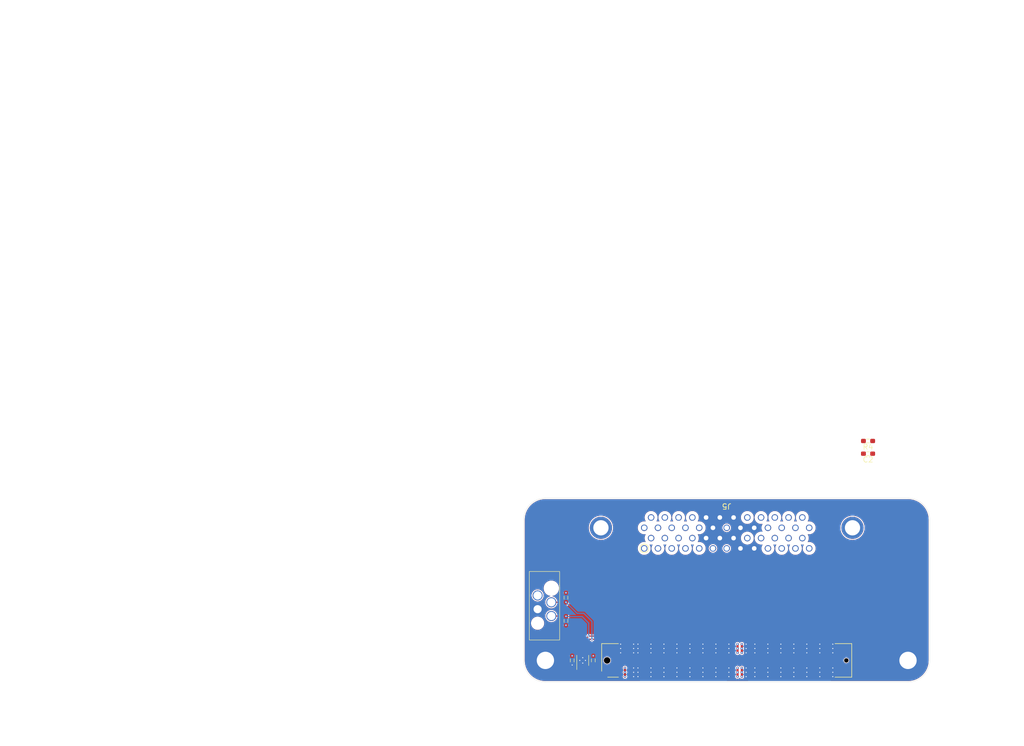
<source format=kicad_pcb>
(kicad_pcb (version 20240108) (generator "pcbnew") (generator_version "8.0")
  (title_block (title "Squishy - SE PHY ") (date "2024-06-14") (rev "1") (company "Shrine Maiden Heavy Industries") (comment 1 "License: CERN-OHL-S") (comment 2 "© 2024 Aki 'lethalbit' Van Ness, et. al.") (comment 3 "No warranty expressed or implied") (comment 4 "Squishy - SCSI Multitool"))
  (layers (0 "F.Cu" signal) (1 "In1.Cu" signal) (2 "In2.Cu" signal) (3 "In3.Cu" signal) (4 "In4.Cu" signal) (31 "B.Cu" signal) (34 "B.Paste" user) (35 "F.Paste" user) (36 "B.SilkS" user "B.Silkscreen") (37 "F.SilkS" user "F.Silkscreen") (38 "B.Mask" user) (39 "F.Mask" user) (44 "Edge.Cuts" user))
  (net 0 "")
  (net 1 "GND")
  (net 4 "/PHY.ID_SCL")
  (net 5 "+3V3")
  (net 6 "/PHY.ID_SDA")
  (net 7 "/CON.DP14+")
  (net 8 "/CON.C{slash}D+")
  (net 9 "/CON.DB10-")
  (net 10 "/CON.DB4-")
  (net 11 "/CON.ACK+")
  (net 12 "/CON.TERMPWR")
  (net 13 "/CON.DP1+")
  (net 14 "/CON.BSY-")
  (net 15 "/CON.RST-")
  (net 16 "/CON.DB2-")
  (net 17 "/CON.BSY+")
  (net 18 "/CON.DB5+")
  (net 19 "/CON.ATN-")
  (net 20 "/CON.DP0+")
  (net 21 "/CON.SEL+")
  (net 22 "/CON.ATN+")
  (net 23 "/CON.DB9-")
  (net 24 "/CON.SEL-")
  (net 25 "/CON.DB9+")
  (net 26 "/CON.DB0-")
  (net 27 "/CON.DB11+")
  (net 28 "/CON.DB7+")
  (net 29 "/CON.DP1-")
  (net 30 "/CON.DB5-")
  (net 31 "/CON.REQ-")
  (net 32 "/CON.DB1-")
  (net 33 "/CON.DB13+")
  (net 34 "/CON.REQ+")
  (net 35 "/CON.DB3-")
  (net 36 "/CON.DB8+")
  (net 37 "/CON.DB13-")
  (net 38 "/CON.DB15-")
  (net 39 "/CON.MSG+")
  (net 40 "/CON.DB11-")
  (net 41 "/CON.DP12+")
  (net 42 "/CON.DB3+")
  (net 43 "/CON.ACK-")
  (net 44 "/CON.DIFFSENSE")
  (net 45 "/CON.I{slash}O+")
  (net 46 "/CON.I{slash}O-")
  (net 47 "/CON.DB4+")
  (net 48 "/CON.DB15+")
  (net 49 "/CON.DB6-")
  (net 50 "/CON.DP14-")
  (net 51 "/CON.RST+")
  (net 52 "/CON.DB8-")
  (net 53 "/CON.DB10+")
  (net 54 "/CON.MSG-")
  (net 55 "/CON.DB6+")
  (net 56 "/CON.C{slash}D-")
  (net 57 "/CON.DB7-")
  (net 58 "/CON.DP12-")
  (net 59 "/CON.DB1+")
  (net 60 "/CON.DP0-")
  (net 61 "/CON.DB2+")
  (net 62 "/CON.DB0+")
  (net 63 "Net-(U1-E0)")
  (net 64 "Net-(C2-Pad2)")
  (footprint "lethalbit-connectors:1014457-10x80xLF" (layer "F.Cu") (at 147.5 136 180)
    (property "Reference" "J1" (hide yes))
    (property "Value" "SCSI PHY Mezz")
    (fp_line (start 23.100001 3.1) (end 23.1 -2) (stroke (width 0.12)) (layer "F.SilkS"))
    (fp_line (start 23.100001 3.1) (end 20.000001 3.1) (stroke (width 0.12)) (layer "F.SilkS"))
    (fp_line (start 22 -3.1) (end 20.000001 -3.1) (stroke (width 0.12)) (layer "F.SilkS"))
    (fp_line (start -20.000001 3.1) (end -23.100001 3.1) (stroke (width 0.12)) (layer "F.SilkS"))
    (fp_line (start -20.000001 -3.1) (end -23.100001 -3.1) (stroke (width 0.12)) (layer "F.SilkS"))
    (fp_line (start -23.100001 3.1) (end -23.100001 -3.1) (stroke (width 0.12)) (layer "F.SilkS"))
    (pad "" np_thru_hole circle (at -22.1 0 180) (size 0.8 0.8) (drill 0.8) (layers "*.Mask"))
    (pad "" np_thru_hole circle (at 22.1 0 180) (size 1.2 1.2) (drill 1.2) (layers "*.Mask"))
    (pad "1" smd roundrect (at 19.6 -2.2 180) (size 0.4 2) (layers "F.Cu" "F.Paste" "F.Mask") (net 1 "GND"))
    (pad "2" smd roundrect (at 19.6 2.2 180) (size 0.4 2) (layers "F.Cu" "F.Paste" "F.Mask") (net 1 "GND"))
    (pad "3" smd roundrect (at 18.8 -2.199999 180) (size 0.4 2) (layers "F.Cu" "F.Paste" "F.Mask") (net 5 "+3V3"))
    (pad "4" smd roundrect (at 18.8 2.199999 180) (size 0.4 2) (layers "F.Cu" "F.Paste" "F.Mask") (net 6 "/PHY.ID_SDA"))
    (pad "5" smd roundrect (at 18 -2.2 180) (size 0.4 2) (layers "F.Cu" "F.Paste" "F.Mask"))
    (pad "6" smd roundrect (at 18 2.2 180) (size 0.4 2) (layers "F.Cu" "F.Paste" "F.Mask") (net 4 "/PHY.ID_SCL"))
    (pad "7" smd roundrect (at 17.200001 -2.2 180) (size 0.4 2) (layers "F.Cu" "F.Paste" "F.Mask") (net 1 "GND"))
    (pad "8" smd roundrect (at 17.200001 2.2 180) (size 0.4 2) (layers "F.Cu" "F.Paste" "F.Mask") (net 1 "GND"))
    (pad "9" smd roundrect (at 16.4 -2.2 180) (size 0.4 2) (layers "F.Cu" "F.Paste" "F.Mask") (net 1 "GND"))
    (pad "10" smd roundrect (at 16.4 2.2 180) (size 0.4 2) (layers "F.Cu" "F.Paste" "F.Mask") (net 1 "GND"))
    (pad "11" smd roundrect (at 15.6 -2.2 180) (size 0.4 2) (layers "F.Cu" "F.Paste" "F.Mask") (net 41 "/CON.DP12+"))
    (pad "12" smd roundrect (at 15.6 2.2 180) (size 0.4 2) (layers "F.Cu" "F.Paste" "F.Mask") (net 58 "/CON.DP12-"))
    (pad "13" smd roundrect (at 14.799999 -2.2 180) (size 0.4 2) (layers "F.Cu" "F.Paste" "F.Mask") (net 33 "/CON.DB13+"))
    (pad "14" smd roundrect (at 14.799999 2.2 180) (size 0.4 2) (layers "F.Cu" "F.Paste" "F.Mask") (net 37 "/CON.DB13-"))
    (pad "15" smd roundrect (at 14 -2.2 180) (size 0.4 2) (layers "F.Cu" "F.Paste" "F.Mask") (net 1 "GND"))
    (pad "16" smd roundrect (at 14 2.2 180) (size 0.4 2) (layers "F.Cu" "F.Paste" "F.Mask") (net 1 "GND"))
    (pad "17" smd roundrect (at 13.2 -2.199999 180) (size 0.4 2) (layers "F.Cu" "F.Paste" "F.Mask") (net 7 "/CON.DP14+"))
    (pad "18" smd roundrect (at 13.2 2.199999 180) (size 0.4 2) (layers "F.Cu" "F.Paste" "F.Mask") (net 50 "/CON.DP14-"))
    (pad "19" smd roundrect (at 12.4 -2.2 180) (size 0.4 2) (layers "F.Cu" "F.Paste" "F.Mask") (net 48 "/CON.DB15+"))
    (pad "20" smd roundrect (at 12.4 2.2 180) (size 0.4 2) (layers "F.Cu" "F.Paste" "F.Mask") (net 38 "/CON.DB15-"))
    (pad "21" smd roundrect (at 11.6 -2.2 180) (size 0.4 2) (layers "F.Cu" "F.Paste" "F.Mask") (net 1 "GND"))
    (pad "22" smd roundrect (at 11.6 2.2 180) (size 0.4 2) (layers "F.Cu" "F.Paste" "F.Mask") (net 1 "GND"))
    (pad "23" smd roundrect (at 10.8 -2.2 180) (size 0.4 2) (layers "F.Cu" "F.Paste" "F.Mask") (net 13 "/CON.DP1+"))
    (pad "24" smd roundrect (at 10.8 2.2 180) (size 0.4 2) (layers "F.Cu" "F.Paste" "F.Mask") (net 29 "/CON.DP1-"))
    (pad "25" smd roundrect (at 10 -2.2 180) (size 0.4 2) (layers "F.Cu" "F.Paste" "F.Mask") (net 62 "/CON.DB0+"))
    (pad "26" smd roundrect (at 10 2.2 180) (size 0.4 2) (layers "F.Cu" "F.Paste" "F.Mask") (net 26 "/CON.DB0-"))
    (pad "27" smd roundrect (at 9.199999 -2.2 180) (size 0.4 2) (layers "F.Cu" "F.Paste" "F.Mask") (net 1 "GND"))
    (pad "28" smd roundrect (at 9.199999 2.2 180) (size 0.4 2) (layers "F.Cu" "F.Paste" "F.Mask") (net 1 "GND"))
    (pad "29" smd roundrect (at 8.4 -2.2 180) (size 0.4 2) (layers "F.Cu" "F.Paste" "F.Mask") (net 59 "/CON.DB1+"))
    (pad "30" smd roundrect (at 8.4 2.2 180) (size 0.4 2) (layers "F.Cu" "F.Paste" "F.Mask") (net 32 "/CON.DB1-"))
    (pad "31" smd roundrect (at 7.6 -2.199999 180) (size 0.4 2) (layers "F.Cu" "F.Paste" "F.Mask") (net 61 "/CON.DB2+"))
    (pad "32" smd roundrect (at 7.6 2.199999 180) (size 0.4 2) (layers "F.Cu" "F.Paste" "F.Mask") (net 16 "/CON.DB2-"))
    (pad "33" smd roundrect (at 6.8 -2.2 180) (size 0.4 2) (layers "F.Cu" "F.Paste" "F.Mask") (net 1 "GND"))
    (pad "34" smd roundrect (at 6.8 2.2 180) (size 0.4 2) (layers "F.Cu" "F.Paste" "F.Mask") (net 1 "GND"))
    (pad "35" smd roundrect (at 6 -2.2 180) (size 0.4 2) (layers "F.Cu" "F.Paste" "F.Mask") (net 42 "/CON.DB3+"))
    (pad "36" smd roundrect (at 6 2.2 180) (size 0.4 2) (layers "F.Cu" "F.Paste" "F.Mask") (net 35 "/CON.DB3-"))
    (pad "37" smd roundrect (at 5.2 -2.2 180) (size 0.4 2) (layers "F.Cu" "F.Paste" "F.Mask") (net 47 "/CON.DB4+"))
    (pad "38" smd roundrect (at 5.2 2.2 180) (size 0.4 2) (layers "F.Cu" "F.Paste" "F.Mask") (net 10 "/CON.DB4-"))
    (pad "39" smd roundrect (at 4.4 -2.2 180) (size 0.4 2) (layers "F.Cu" "F.Paste" "F.Mask") (net 1 "GND"))
    (pad "40" smd roundrect (at 4.4 2.2 180) (size 0.4 2) (layers "F.Cu" "F.Paste" "F.Mask") (net 1 "GND"))
    (pad "41" smd roundrect (at 3.599999 -2.2 180) (size 0.4 2) (layers "F.Cu" "F.Paste" "F.Mask") (net 18 "/CON.DB5+"))
    (pad "42" smd roundrect (at 3.599999 2.2 180) (size 0.4 2) (layers "F.Cu" "F.Paste" "F.Mask") (net 30 "/CON.DB5-"))
    (pad "43" smd roundrect (at 2.8 -2.2 180) (size 0.4 2) (layers "F.Cu" "F.Paste" "F.Mask") (net 55 "/CON.DB6+"))
    (pad "44" smd roundrect (at 2.8 2.2 180) (size 0.4 2) (layers "F.Cu" "F.Paste" "F.Mask") (net 49 "/CON.DB6-"))
    (pad "45" smd roundrect (at 2 -2.199999 180) (size 0.4 2) (layers "F.Cu" "F.Paste" "F.Mask") (net 1 "GND"))
    (pad "46" smd roundrect (at 2 2.199999 180) (size 0.4 2) (layers "F.Cu" "F.Paste" "F.Mask") (net 1 "GND"))
    (pad "47" smd roundrect (at 1.2 -2.2 180) (size 0.4 2) (layers "F.Cu" "F.Paste" "F.Mask") (net 28 "/CON.DB7+"))
    (pad "48" smd roundrect (at 1.2 2.2 180) (size 0.4 2) (layers "F.Cu" "F.Paste" "F.Mask") (net 57 "/CON.DB7-"))
    (pad "49" smd roundrect (at 0.4 -2.2 180) (size 0.4 2) (layers "F.Cu" "F.Paste" "F.Mask") (net 20 "/CON.DP0+"))
    (pad "50" smd roundrect (at 0.4 2.2 180) (size 0.4 2) (layers "F.Cu" "F.Paste" "F.Mask") (net 60 "/CON.DP0-"))
    (pad "51" smd roundrect (at -0.4 -2.2 180) (size 0.4 2) (layers "F.Cu" "F.Paste" "F.Mask") (net 1 "GND"))
    (pad "52" smd roundrect (at -0.4 2.2 180) (size 0.4 2) (layers "F.Cu" "F.Paste" "F.Mask") (net 1 "GND"))
    (pad "53" smd roundrect (at -1.2 -2.2 180) (size 0.4 2) (layers "F.Cu" "F.Paste" "F.Mask") (net 44 "/CON.DIFFSENSE"))
    (pad "54" smd roundrect (at -1.2 2.2 180) (size 0.4 2) (layers "F.Cu" "F.Paste" "F.Mask"))
    (pad "55" smd roundrect (at -2 -2.199999 180) (size 0.4 2) (layers "F.Cu" "F.Paste" "F.Mask") (net 12 "/CON.TERMPWR"))
    (pad "56" smd roundrect (at -2 2.199999 180) (size 0.4 2) (layers "F.Cu" "F.Paste" "F.Mask") (net 12 "/CON.TERMPWR"))
    (pad "57" smd roundrect (at -2.8 -2.2 180) (size 0.4 2) (layers "F.Cu" "F.Paste" "F.Mask") (net 12 "/CON.TERMPWR"))
    (pad "58" smd roundrect (at -2.8 2.2 180) (size 0.4 2) (layers "F.Cu" "F.Paste" "F.Mask") (net 12 "/CON.TERMPWR"))
    (pad "59" smd roundrect (at -3.599999 -2.2 180) (size 0.4 2) (layers "F.Cu" "F.Paste" "F.Mask") (net 1 "GND"))
    (pad "60" smd roundrect (at -3.599999 2.2 180) (size 0.4 2) (layers "F.Cu" "F.Paste" "F.Mask") (net 1 "GND"))
    (pad "61" smd roundrect (at -4.4 -2.2 180) (size 0.4 2) (layers "F.Cu" "F.Paste" "F.Mask") (net 22 "/CON.ATN+"))
    (pad "62" smd roundrect (at -4.4 2.2 180) (size 0.4 2) (layers "F.Cu" "F.Paste" "F.Mask") (net 19 "/CON.ATN-"))
    (pad "63" smd roundrect (at -5.2 -2.2 180) (size 0.4 2) (layers "F.Cu" "F.Paste" "F.Mask") (net 1 "GND"))
    (pad "64" smd roundrect (at -5.2 2.2 180) (size 0.4 2) (layers "F.Cu" "F.Paste" "F.Mask") (net 1 "GND"))
    (pad "65" smd roundrect (at -6 -2.2 180) (size 0.4 2) (layers "F.Cu" "F.Paste" "F.Mask") (net 17 "/CON.BSY+"))
    (pad "66" smd roundrect (at -6 2.2 180) (size 0.4 2) (layers "F.Cu" "F.Paste" "F.Mask") (net 14 "/CON.BSY-"))
    (pad "67" smd roundrect (at -6.8 -2.2 180) (size 0.4 2) (layers "F.Cu" "F.Paste" "F.Mask") (net 11 "/CON.ACK+"))
    (pad "68" smd roundrect (at -6.8 2.2 180) (size 0.4 2) (layers "F.Cu" "F.Paste" "F.Mask") (net 43 "/CON.ACK-"))
    (pad "69" smd roundrect (at -7.6 -2.199999 180) (size 0.4 2) (layers "F.Cu" "F.Paste" "F.Mask") (net 1 "GND"))
    (pad "70" smd roundrect (at -7.6 2.199999 180) (size 0.4 2) (layers "F.Cu" "F.Paste" "F.Mask") (net 1 "GND"))
    (pad "71" smd roundrect (at -8.4 -2.2 180) (size 0.4 2) (layers "F.Cu" "F.Paste" "F.Mask") (net 51 "/CON.RST+"))
    (pad "72" smd roundrect (at -8.4 2.2 180) (size 0.4 2) (layers "F.Cu" "F.Paste" "F.Mask") (net 15 "/CON.RST-"))
    (pad "73" smd roundrect (at -9.199999 -2.2 180) (size 0.4 2) (layers "F.Cu" "F.Paste" "F.Mask") (net 39 "/CON.MSG+"))
    (pad "74" smd roundrect (at -9.199999 2.2 180) (size 0.4 2) (layers "F.Cu" "F.Paste" "F.Mask") (net 54 "/CON.MSG-"))
    (pad "75" smd roundrect (at -10 -2.2 180) (size 0.4 2) (layers "F.Cu" "F.Paste" "F.Mask") (net 1 "GND"))
    (pad "76" smd roundrect (at -10 2.2 180) (size 0.4 2) (layers "F.Cu" "F.Paste" "F.Mask") (net 1 "GND"))
    (pad "77" smd roundrect (at -10.8 -2.2 180) (size 0.4 2) (layers "F.Cu" "F.Paste" "F.Mask") (net 21 "/CON.SEL+"))
    (pad "78" smd roundrect (at -10.8 2.2 180) (size 0.4 2) (layers "F.Cu" "F.Paste" "F.Mask") (net 24 "/CON.SEL-"))
    (pad "79" smd roundrect (at -11.6 -2.2 180) (size 0.4 2) (layers "F.Cu" "F.Paste" "F.Mask") (net 8 "/CON.C{slash}D+"))
    (pad "80" smd roundrect (at -11.6 2.2 180) (size 0.4 2) (layers "F.Cu" "F.Paste" "F.Mask") (net 56 "/CON.C{slash}D-"))
    (pad "81" smd roundrect (at -12.4 -2.2 180) (size 0.4 2) (layers "F.Cu" "F.Paste" "F.Mask") (net 1 "GND"))
    (pad "82" smd roundrect (at -12.4 2.2 180) (size 0.4 2) (layers "F.Cu" "F.Paste" "F.Mask") (net 1 "GND"))
    (pad "83" smd roundrect (at -13.2 -2.199999 180) (size 0.4 2) (layers "F.Cu" "F.Paste" "F.Mask") (net 34 "/CON.REQ+"))
    (pad "84" smd roundrect (at -13.2 2.199999 180) (size 0.4 2) (layers "F.Cu" "F.Paste" "F.Mask") (net 31 "/CON.REQ-"))
    (pad "85" smd roundrect (at -14 -2.2 180) (size 0.4 2) (layers "F.Cu" "F.Paste" "F.Mask") (net 45 "/CON.I{slash}O+"))
    (pad "86" smd roundrect (at -14 2.2 180) (size 0.4 2) (layers "F.Cu" "F.Paste" "F.Mask") (net 46 "/CON.I{slash}O-"))
    (pad "87" smd roundrect (at -14.799999 -2.2 180) (size 0.4 2) (layers "F.Cu" "F.Paste" "F.Mask") (net 1 "GND"))
    (pad "88" smd roundrect (at -14.799999 2.2 180) (size 0.4 2) (layers "F.Cu" "F.Paste" "F.Mask") (net 1 "GND"))
    (pad "89" smd roundrect (at -15.6 -2.2 180) (size 0.4 2) (layers "F.Cu" "F.Paste" "F.Mask") (net 36 "/CON.DB8+"))
    (pad "90" smd roundrect (at -15.6 2.2 180) (size 0.4 2) (layers "F.Cu" "F.Paste" "F.Mask") (net 52 "/CON.DB8-"))
    (pad "91" smd roundrect (at -16.4 -2.2 180) (size 0.4 2) (layers "F.Cu" "F.Paste" "F.Mask") (net 25 "/CON.DB9+"))
    (pad "92" smd roundrect (at -16.4 2.2 180) (size 0.4 2) (layers "F.Cu" "F.Paste" "F.Mask") (net 23 "/CON.DB9-"))
    (pad "93" smd roundrect (at -17.200001 -2.2 180) (size 0.4 2) (layers "F.Cu" "F.Paste" "F.Mask") (net 1 "GND"))
    (pad "94" smd roundrect (at -17.200001 2.2 180) (size 0.4 2) (layers "F.Cu" "F.Paste" "F.Mask") (net 1 "GND"))
    (pad "95" smd roundrect (at -18 -2.2 180) (size 0.4 2) (layers "F.Cu" "F.Paste" "F.Mask") (net 53 "/CON.DB10+"))
    (pad "96" smd roundrect (at -18 2.2 180) (size 0.4 2) (layers "F.Cu" "F.Paste" "F.Mask") (net 9 "/CON.DB10-"))
    (pad "97" smd roundrect (at -18.8 -2.199999 180) (size 0.4 2) (layers "F.Cu" "F.Paste" "F.Mask") (net 27 "/CON.DB11+"))
    (pad "98" smd roundrect (at -18.8 2.199999 180) (size 0.4 2) (layers "F.Cu" "F.Paste" "F.Mask") (net 40 "/CON.DB11-"))
    (pad "99" smd roundrect (at -19.6 -2.2 180) (size 0.4 2) (layers "F.Cu" "F.Paste" "F.Mask") (net 1 "GND"))
    (pad "100" smd roundrect (at -19.6 2.2 180) (size 0.4 2) (layers "F.Cu" "F.Paste" "F.Mask") (net 1 "GND"))
  )
  (footprint "rhais_rcl:R0603" (layer "F.Cu") (at 117.8 128.7 90)
    (property "Reference" "R3")
    (property "Value" "4k7" (hide yes))
    (fp_line (start 0.3 -0.349999) (end -0.3 -0.349999) (stroke (width 0.1)) (layer "F.SilkS"))
    (fp_line (start -0.3 0.349999) (end 0.3 0.349999) (stroke (width 0.1)) (layer "F.SilkS"))
    (pad "1" smd roundrect (at -0.85 0 90) (size 0.9 0.8) (layers "F.Cu" "F.Paste" "F.Mask") (net 5 "+3V3"))
    (pad "2" smd roundrect (at 0.85 0 90) (size 0.9 0.8) (layers "F.Cu" "F.Paste" "F.Mask") (net 4 "/PHY.ID_SCL"))
  )
  (footprint "rhais_rcl:R0603" (layer "F.Cu") (at 117.8 124.4 -90)
    (property "Reference" "R2")
    (property "Value" "4k7" (hide yes))
    (fp_line (start -0.3 0.349999) (end 0.3 0.349999) (stroke (width 0.1)) (layer "F.SilkS"))
    (fp_line (start 0.3 -0.349999) (end -0.3 -0.349999) (stroke (width 0.1)) (layer "F.SilkS"))
    (pad "1" smd roundrect (at -0.85 0 270) (size 0.9 0.8) (layers "F.Cu" "F.Paste" "F.Mask") (net 5 "+3V3"))
    (pad "2" smd roundrect (at 0.85 0 270) (size 0.9 0.8) (layers "F.Cu" "F.Paste" "F.Mask") (net 6 "/PHY.ID_SDA"))
  )
  (footprint "lethalbit-connectors: 5787082-5" (layer "F.Cu") (at 147.5 112.5 180)
    (property "Reference" "J5" (at 0 5 180) (layer "F.SilkS"))
    (property "Value" "HD 50" (hide yes))
    (fp_circle (center 15.240001 -2.794) (end 14.440003 -2.794) (stroke (width 0.12)) (fill none) (layer "F.SilkS"))
    (pad "1" thru_hole circle (at 15.240001 -2.794) (size 1.2 1.2) (drill 0.85) (layers "*.Cu" "*.Mask") (net 62 "/CON.DB0+"))
    (pad "2" thru_hole circle (at 13.97 -0.888999) (size 1.2 1.2) (drill 0.85) (layers "*.Cu" "*.Mask") (net 59 "/CON.DB1+"))
    (pad "3" thru_hole circle (at 12.7 -2.794) (size 1.2 1.2) (drill 0.85) (layers "*.Cu" "*.Mask") (net 61 "/CON.DB2+"))
    (pad "4" thru_hole circle (at 11.430001 -0.888999) (size 1.2 1.2) (drill 0.85) (layers "*.Cu" "*.Mask") (net 42 "/CON.DB3+"))
    (pad "5" thru_hole circle (at 10.159999 -2.794) (size 1.2 1.2) (drill 0.85) (layers "*.Cu" "*.Mask") (net 47 "/CON.DB4+"))
    (pad "6" thru_hole circle (at 8.89 -0.889002) (size 1.2 1.2) (drill 0.85) (layers "*.Cu" "*.Mask") (net 18 "/CON.DB5+"))
    (pad "7" thru_hole circle (at 7.619999 -2.794) (size 1.2 1.2) (drill 0.85) (layers "*.Cu" "*.Mask") (net 55 "/CON.DB6+"))
    (pad "8" thru_hole circle (at 6.350001 -0.888999) (size 1.2 1.2) (drill 0.85) (layers "*.Cu" "*.Mask") (net 28 "/CON.DB7+"))
    (pad "9" thru_hole circle (at 5.079998 -2.794) (size 1.2 1.2) (drill 0.85) (layers "*.Cu" "*.Mask") (net 20 "/CON.DP0+"))
    (pad "10" thru_hole circle (at 3.810001 -0.888999) (size 1.2 1.2) (drill 0.85) (layers "*.Cu" "*.Mask") (net 1 "GND"))
    (pad "11" thru_hole circle (at 2.539997 -2.794) (size 1.2 1.2) (drill 0.85) (layers "*.Cu" "*.Mask") (net 44 "/CON.DIFFSENSE"))
    (pad "12" thru_hole circle (at 1.27 -0.888999) (size 1.2 1.2) (drill 0.85) (layers "*.Cu" "*.Mask") (net 1 "GND"))
    (pad "13" thru_hole circle (at 0 -2.794) (size 1.2 1.2) (drill 0.85) (layers "*.Cu" "*.Mask"))
    (pad "14" thru_hole circle (at -1.270001 -0.889002) (size 1.2 1.2) (drill 0.85) (layers "*.Cu" "*.Mask") (net 1 "GND"))
    (pad "15" thru_hole circle (at -2.540001 -2.794) (size 1.2 1.2) (drill 0.85) (layers "*.Cu" "*.Mask") (net 1 "GND"))
    (pad "16" thru_hole circle (at -3.81 -0.889002) (size 1.2 1.2) (drill 0.85) (layers "*.Cu" "*.Mask") (net 22 "/CON.ATN+"))
    (pad "17" thru_hole circle (at -5.080002 -2.794) (size 1.2 1.2) (drill 0.85) (layers "*.Cu" "*.Mask") (net 1 "GND"))
    (pad "18" thru_hole circle (at -6.350001 -0.888999) (size 1.2 1.2) (drill 0.85) (layers "*.Cu" "*.Mask") (net 17 "/CON.BSY+"))
    (pad "19" thru_hole circle (at -7.619999 -2.794) (size 1.2 1.2) (drill 0.85) (layers "*.Cu" "*.Mask") (net 11 "/CON.ACK+"))
    (pad "20" thru_hole circle (at -8.89 -0.888999) (size 1.2 1.2) (drill 0.85) (layers "*.Cu" "*.Mask") (net 51 "/CON.RST+"))
    (pad "21" thru_hole circle (at -10.16 -2.794) (size 1.2 1.2) (drill 0.85) (layers "*.Cu" "*.Mask") (net 39 "/CON.MSG+"))
    (pad "22" thru_hole circle (at -11.43 -0.888999) (size 1.2 1.2) (drill 0.85) (layers "*.Cu" "*.Mask") (net 21 "/CON.SEL+"))
    (pad "23" thru_hole circle (at -12.700001 -2.794) (size 1.2 1.2) (drill 0.85) (layers "*.Cu" "*.Mask") (net 8 "/CON.C{slash}D+"))
    (pad "24" thru_hole circle (at -13.97 -0.889002) (size 1.2 1.2) (drill 0.85) (layers "*.Cu" "*.Mask") (net 34 "/CON.REQ+"))
    (pad "25" thru_hole circle (at -15.240001 -2.794) (size 1.2 1.2) (drill 0.85) (layers "*.Cu" "*.Mask") (net 45 "/CON.I{slash}O+"))
    (pad "26" thru_hole circle (at 15.240002 1.016) (size 1.2 1.2) (drill 0.85) (layers "*.Cu" "*.Mask") (net 26 "/CON.DB0-"))
    (pad "27" thru_hole circle (at 13.97 2.920999) (size 1.2 1.2) (drill 0.85) (layers "*.Cu" "*.Mask") (net 32 "/CON.DB1-"))
    (pad "28" thru_hole circle (at 12.700002 1.015999) (size 1.2 1.2) (drill 0.85) (layers "*.Cu" "*.Mask") (net 16 "/CON.DB2-"))
    (pad "29" thru_hole circle (at 11.429998 2.920999) (size 1.2 1.2) (drill 0.85) (layers "*.Cu" "*.Mask") (net 35 "/CON.DB3-"))
    (pad "30" thru_hole circle (at 10.16 1.015999) (size 1.2 1.2) (drill 0.85) (layers "*.Cu" "*.Mask") (net 10 "/CON.DB4-"))
    (pad "31" thru_hole circle (at 8.889999 2.920999) (size 1.2 1.2) (drill 0.85) (layers "*.Cu" "*.Mask") (net 30 "/CON.DB5-"))
    (pad "32" thru_hole circle (at 7.62 1.015999) (size 1.2 1.2) (drill 0.85) (layers "*.Cu" "*.Mask") (net 49 "/CON.DB6-"))
    (pad "33" thru_hole circle (at 6.349998 2.920999) (size 1.2 1.2) (drill 0.85) (layers "*.Cu" "*.Mask") (net 57 "/CON.DB7-"))
    (pad "34" thru_hole circle (at 5.080001 1.015999) (size 1.2 1.2) (drill 0.85) (layers "*.Cu" "*.Mask") (net 60 "/CON.DP0-"))
    (pad "35" thru_hole circle (at 3.809999 2.920999) (size 1.2 1.2) (drill 0.85) (layers "*.Cu" "*.Mask") (net 1 "GND"))
    (pad "36" thru_hole circle (at 2.54 1.016) (size 1.2 1.2) (drill 0.85) (layers "*.Cu" "*.Mask") (net 1 "GND"))
    (pad "37" thru_hole circle (at 1.27 2.920999) (size 1.2 1.2) (drill 0.85) (layers "*.Cu" "*.Mask") (net 1 "GND"))
    (pad "38" thru_hole circle (at 0 1.015999) (size 1.2 1.2) (drill 0.85) (layers "*.Cu" "*.Mask") (net 12 "/CON.TERMPWR"))
    (pad "39" thru_hole circle (at -1.270001 2.920999) (size 1.2 1.2) (drill 0.85) (layers "*.Cu" "*.Mask") (net 1 "GND"))
    (pad "40" thru_hole circle (at -2.539998 1.015999) (size 1.2 1.2) (drill 0.85) (layers "*.Cu" "*.Mask") (net 1 "GND"))
    (pad "41" thru_hole circle (at -3.810003 2.920999) (size 1.2 1.2) (drill 0.85) (layers "*.Cu" "*.Mask") (net 19 "/CON.ATN-"))
    (pad "42" thru_hole circle (at -5.08 1.015999) (size 1.2 1.2) (drill 0.85) (layers "*.Cu" "*.Mask") (net 1 "GND"))
    (pad "43" thru_hole circle (at -6.350001 2.920999) (size 1.2 1.2) (drill 0.85) (layers "*.Cu" "*.Mask") (net 14 "/CON.BSY-"))
    (pad "44" thru_hole circle (at -7.619998 1.016) (size 1.2 1.2) (drill 0.85) (layers "*.Cu" "*.Mask") (net 43 "/CON.ACK-"))
    (pad "45" thru_hole circle (at -8.89 2.920998) (size 1.2 1.2) (drill 0.85) (layers "*.Cu" "*.Mask") (net 15 "/CON.RST-"))
    (pad "46" thru_hole circle (at -10.159998 1.015999) (size 1.2 1.2) (drill 0.85) (layers "*.Cu" "*.Mask") (net 54 "/CON.MSG-"))
    (pad "47" thru_hole circle (at -11.430002 2.920999) (size 1.2 1.2) (drill 0.85) (layers "*.Cu" "*.Mask") (net 24 "/CON.SEL-"))
    (pad "48" thru_hole circle (at -12.7 1.015999) (size 1.2 1.2) (drill 0.85) (layers "*.Cu" "*.Mask") (net 56 "/CON.C{slash}D-"))
    (pad "49" thru_hole circle (at -13.970001 2.920999) (size 1.2 1.2) (drill 0.85) (layers "*.Cu" "*.Mask") (net 31 "/CON.REQ-"))
    (pad "50" thru_hole circle (at -15.24 1.015999) (size 1.2 1.2) (drill 0.85) (layers "*.Cu" "*.Mask") (net 46 "/CON.I{slash}O-"))
    (pad "SHIELD" thru_hole circle (at -23.241001 1.015999) (size 4.1 4.1) (drill 2.82) (layers "*.Cu" "*.Mask") (net 64 "Net-(C2-Pad2)"))
    (pad "SHIELD" thru_hole circle (at 23.241 1.015999) (size 4.1 4.1) (drill 2.82) (layers "*.Cu" "*.Mask") (net 64 "Net-(C2-Pad2)"))
  )
  (footprint "PCM_kikit:Tab" (layer "F.Cu") (at 185.25 131 180)
    (property "Reference" "REF**" (hide yes))
    (property "Value" "Tab")
  )
  (footprint "PCM_kikit:Tab" (layer "F.Cu") (at 174 140.25 90)
    (property "Reference" "REF**" (hide yes))
    (property "Value" "Tab")
  )
  (footprint "rhais_rcl:C0603" (layer "F.Cu") (at 118.95 136 90)
    (property "Reference" "C1")
    (property "Value" "100n" (hide yes))
    (fp_line (start -0.3 -0.349999) (end 0.3 -0.349999) (stroke (width 0.1)) (layer "F.SilkS"))
    (fp_line (start 0.3 0.349999) (end -0.3 0.349999) (stroke (width 0.1)) (layer "F.SilkS"))
    (pad "1" smd roundrect (at -0.85 0 90) (size 0.9 0.8) (layers "F.Cu" "F.Paste" "F.Mask") (net 1 "GND"))
    (pad "2" smd roundrect (at 0.85 0 90) (size 0.9 0.8) (layers "F.Cu" "F.Paste" "F.Mask") (net 5 "+3V3"))
  )
  (footprint "PCM_kikit:Tab" (layer "F.Cu") (at 121.000001 105.75 -90)
    (property "Reference" "REF**" (hide yes))
    (property "Value" "Tab")
  )
  (footprint "MountingHole:MountingHole_3.2mm_M3_Pad" (layer "F.Cu") (at 181 136)
    (property "Reference" "H4" (hide yes))
    (property "Value" "MountingHole" (hide yes))
    (pad "1" thru_hole circle (at 0 0) (size 6.4 6.4) (drill 3.2) (layers "*.Cu" "*.Mask") (net 1 "GND"))
  )
  (footprint "rhais_rcl:R0603" (layer "F.Cu") (at 173.616 95.431 180)
    (property "Reference" "R4" (at 0 -1.099999 0) (layer "F.SilkS") (effects (font (thickness 0.1))))
    (property "Value" "1M")
    (fp_line (start 0.3 -0.349999) (end -0.3 -0.349999) (stroke (width 0.1)) (layer "F.SilkS"))
    (fp_line (start -0.3 0.349999) (end 0.3 0.349999) (stroke (width 0.1)) (layer "F.SilkS"))
    (pad "1" smd roundrect (at -0.85 0 180) (size 0.9 0.8) (layers "F.Cu" "F.Paste" "F.Mask") (net 64 "Net-(C2-Pad2)"))
    (pad "2" smd roundrect (at 0.85 0 180) (size 0.9 0.8) (layers "F.Cu" "F.Paste" "F.Mask") (net 1 "GND"))
  )
  (footprint "PCM_kikit:Tab" (layer "F.Cu") (at 109.7 131)
    (property "Reference" "REF**" (hide yes))
    (property "Value" "Tab")
  )
  (footprint "PCM_kikit:Tab" (layer "F.Cu") (at 174 105.75 -90)
    (property "Reference" "REF**" (hide yes))
    (property "Value" "Tab")
  )
  (footprint "PCM_kikit:Tab" (layer "F.Cu") (at 109.7 115)
    (property "Reference" "REF**" (hide yes))
    (property "Value" "Tab")
  )
  (footprint "PCM_kikit:Tab" (layer "F.Cu") (at 185.25 115 180)
    (property "Reference" "REF**" (hide yes))
    (property "Value" "Tab")
  )
  (footprint "rhais_rcl:R0603" (layer "F.Cu") (at 122.85 136 90)
    (property "Reference" "R1")
    (property "Value" "10k" (hide yes))
    (fp_line (start 0.3 -0.349999) (end -0.3 -0.349999) (stroke (width 0.1)) (layer "F.SilkS"))
    (fp_line (start -0.3 0.349999) (end 0.3 0.349999) (stroke (width 0.1)) (layer "F.SilkS"))
    (pad "1" smd roundrect (at -0.85 0 90) (size 0.9 0.8) (layers "F.Cu" "F.Paste" "F.Mask") (net 63 "Net-(U1-E0)"))
    (pad "2" smd roundrect (at 0.85 0 90) (size 0.9 0.8) (layers "F.Cu" "F.Paste" "F.Mask") (net 5 "+3V3"))
  )
  (footprint "lethalbit-memory:ST_UFDFPN-8-1EP_2x3mm_P0.5mm_EP1.6x1.6mm" (layer "F.Cu") (at 120.9 136 90)
    (property "Reference" "U1")
    (property "Value" "M24C02-RMC" (hide yes))
    (fp_line (start -1.7 -1.1) (end 0.95 -1.1) (stroke (width 0.1)) (layer "F.SilkS"))
    (fp_line (start 0.95 1.1) (end -0.95 1.1) (stroke (width 0.1)) (layer "F.SilkS"))
    (pad "1" smd roundrect (at -1.4 -0.750001 90) (size 0.6 0.3) (layers "F.Cu" "F.Paste" "F.Mask") (roundrect_rratio 0.15625) (net 63 "Net-(U1-E0)"))
    (pad "2" smd roundrect (at -1.4 -0.25 90) (size 0.6 0.3) (layers "F.Cu" "F.Paste" "F.Mask") (roundrect_rratio 0.15625) (net 63 "Net-(U1-E0)"))
    (pad "3" smd roundrect (at -1.4 0.25 90) (size 0.6 0.3) (layers "F.Cu" "F.Paste" "F.Mask") (roundrect_rratio 0.15625) (net 1 "GND"))
    (pad "4" smd roundrect (at -1.4 0.750001 90) (size 0.6 0.3) (layers "F.Cu" "F.Paste" "F.Mask") (roundrect_rratio 0.15625) (net 1 "GND"))
    (pad "5" smd roundrect (at 1.4 0.750001 90) (size 0.6 0.3) (layers "F.Cu" "F.Paste" "F.Mask") (roundrect_rratio 0.15625) (net 6 "/PHY.ID_SDA"))
    (pad "6" smd roundrect (at 1.4 0.25 90) (size 0.6 0.3) (layers "F.Cu" "F.Paste" "F.Mask") (roundrect_rratio 0.15625) (net 4 "/PHY.ID_SCL"))
    (pad "7" smd roundrect (at 1.4 -0.25 90) (size 0.6 0.3) (layers "F.Cu" "F.Paste" "F.Mask") (roundrect_rratio 0.15625) (net 1 "GND"))
    (pad "8" smd roundrect (at 1.4 -0.750001 90) (size 0.6 0.3) (layers "F.Cu" "F.Paste" "F.Mask") (roundrect_rratio 0.15625) (net 5 "+3V3"))
    (pad "EP" smd roundrect (at 0 0 90) (size 1.6 1.6) (layers "F.Cu" "F.Mask") (roundrect_rratio 0.15625) (net 1 "GND"))
  )
  (footprint "pkl_connectors_wuerth:490107670412-d" (layer "F.Cu") (at 112.56 123.99 90)
    (property "Reference" "J3")
    (property "Value" "Conn_01x04")
    (fp_poly (pts (xy 4.43 -1.529999) (xy -8.24 -1.529999) (xy -8.239999 4.07) (xy 4.43 4.070001)) (stroke (width 0.1)) (fill none) (layer "F.SilkS"))
    (pad "" np_thru_hole circle (at -5.14 0 90) (size 2.2 2.2) (drill 2.2) (layers "F&B.Cu" "*.Mask"))
    (pad "" np_thru_hole circle (at 1.33 2.54 90) (size 2.6 2.6) (drill 2.6) (layers "F&B.Cu" "*.Mask"))
    (pad "1" thru_hole circle (at 0 0 90) (size 1.85 1.85) (drill 1.5) (layers "*.Cu" "*.Mask") (net 5 "+3V3"))
    (pad "2" thru_hole circle (at -1.27 2.54 90) (size 1.85 1.85) (drill 1.5) (layers "*.Cu" "*.Mask") (net 6 "/PHY.ID_SDA"))
    (pad "3" thru_hole circle (at -2.54 0 90) (size 1.85 1.85) (drill 1.5) (layers "*.Cu" "*.Mask") (net 1 "GND"))
    (pad "4" thru_hole circle (at -3.81 2.54 90) (size 1.85 1.85) (drill 1.5) (layers "*.Cu" "*.Mask") (net 4 "/PHY.ID_SCL"))
  )
  (footprint "MountingHole:MountingHole_3.2mm_M3_Pad" (layer "F.Cu") (at 114 136)
    (property "Reference" "H3" (hide yes))
    (property "Value" "MountingHole" (hide yes))
    (pad "1" thru_hole circle (at 0 0) (size 6.4 6.4) (drill 3.2) (layers "*.Cu" "*.Mask") (net 1 "GND"))
  )
  (footprint "PCM_kikit:Tab" (layer "F.Cu") (at 121 140.25 90)
    (property "Reference" "REF**" (hide yes))
    (property "Value" "Tab")
  )
  (footprint "rhais_rcl:C0603" (layer "F.Cu") (at 173.616 97.781 180)
    (property "Reference" "C2" (at 0 -1.099999 0) (layer "F.SilkS") (effects (font (thickness 0.1))))
    (property "Value" "100n")
    (fp_line (start 0.3 0.349999) (end -0.3 0.349999) (stroke (width 0.1)) (layer "F.SilkS"))
    (fp_line (start -0.3 -0.349999) (end 0.3 -0.349999) (stroke (width 0.1)) (layer "F.SilkS"))
    (pad "1" smd roundrect (at -0.85 0 180) (size 0.9 0.8) (layers "F.Cu" "F.Paste" "F.Mask") (net 1 "GND"))
    (pad "2" smd roundrect (at 0.85 0 180) (size 0.9 0.8) (layers "F.Cu" "F.Paste" "F.Mask") (net 64 "Net-(C2-Pad2)"))
  )
  (gr_line (start 181 106) (end 114 106) (stroke (width 0.05)) (layer "Edge.Cuts"))
  (gr_line (start 114 140) (end 181 140) (stroke (width 0.05)) (layer "Edge.Cuts"))
  (gr_arc (start 110 110) (mid 111.171573 107.171573) (end 114 106) (stroke (width 0.05)) (layer "Edge.Cuts"))
  (gr_line (start 185 136) (end 185 110) (stroke (width 0.05)) (layer "Edge.Cuts"))
  (gr_arc (start 185 136) (mid 183.828427 138.828427) (end 181 140) (stroke (width 0.05)) (layer "Edge.Cuts"))
  (gr_arc (start 181 106) (mid 183.828427 107.171573) (end 185 110) (stroke (width 0.05)) (layer "Edge.Cuts"))
  (gr_line (start 110 136) (end 110 110) (stroke (width 0.05)) (layer "Edge.Cuts"))
  (gr_arc (start 114 140) (mid 111.171573 138.828427) (end 110 136) (stroke (width 0.05)) (layer "Edge.Cuts"))
  (via (at 164.7 134.6) (size 0.45) (drill 0.2) (layers "F.Cu" "B.Cu") (net 1))
  (via (at 162.3 138.2) (size 0.45) (drill 0.2) (layers "F.Cu" "B.Cu") (net 1))
  (via (at 135.9 138.2) (size 0.45) (drill 0.2) (layers "F.Cu" "B.Cu") (net 1))
  (via (at 131.1 139) (size 0.45) (drill 0.2) (layers "F.Cu" "B.Cu") (net 1))
  (via (at 155.1 137.4) (size 0.45) (drill 0.2) (layers "F.Cu" "B.Cu") (net 1))
  (via (at 145.5 133.8) (size 0.45) (drill 0.2) (layers "F.Cu" "B.Cu") (net 1))
  (via (at 145.5 138.2) (size 0.45) (drill 0.2) (layers "F.Cu" "B.Cu") (net 1))
  (via (at 140.7 133) (size 0.45) (drill 0.2) (layers "F.Cu" "B.Cu") (net 1))
  (via (at 135.9 133.8) (size 0.45) (drill 0.2) (layers "F.Cu" "B.Cu") (net 1))
  (via (at 120.35 136) (size 0.45) (drill 0.2) (layers "F.Cu" "B.Cu") (net 1))
  (via (at 138.3 133.8) (size 0.45) (drill 0.2) (layers "F.Cu" "B.Cu") (net 1))
  (via (at 133.5 137.4) (size 0.45) (drill 0.2) (layers "F.Cu" "B.Cu") (net 1))
  (via (at 157.5 137.4) (size 0.45) (drill 0.2) (layers "F.Cu" "B.Cu") (net 1))
  (via (at 145.5 133) (size 0.45) (drill 0.2) (layers "F.Cu" "B.Cu") (net 1))
  (via (at 152.7 138.2) (size 0.45) (drill 0.2) (layers "F.Cu" "B.Cu") (net 1))
  (via (at 131.1 134.6) (size 0.45) (drill 0.2) (layers "F.Cu" "B.Cu") (net 1))
  (via (at 164.7 138.2) (size 0.45) (drill 0.2) (layers "F.Cu" "B.Cu") (net 1))
  (via (at 131.1 137.4) (size 0.45) (drill 0.2) (layers "F.Cu" "B.Cu") (net 1))
  (via (at 147.9 134.6) (size 0.45) (drill 0.2) (layers "F.Cu" "B.Cu") (net 1))
  (via (at 121.4 136) (size 0.45) (drill 0.2) (layers "F.Cu" "B.Cu") (net 1))
  (via (at 159.9 133) (size 0.45) (drill 0.2) (layers "F.Cu" "B.Cu") (net 1))
  (via (at 145.5 134.6) (size 0.45) (drill 0.2) (layers "F.Cu" "B.Cu") (net 1))
  (via (at 151.1 139) (size 0.45) (drill 0.2) (layers "F.Cu" "B.Cu") (net 1))
  (via (at 143.1 139) (size 0.45) (drill 0.2) (layers "F.Cu" "B.Cu") (net 1))
  (via (at 120.9 135.5) (size 0.45) (drill 0.2) (layers "F.Cu" "B.Cu") (net 1))
  (via (at 151.1 137.4) (size 0.45) (drill 0.2) (layers "F.Cu" "B.Cu") (net 1))
  (via (at 135.9 137.4) (size 0.45) (drill 0.2) (layers "F.Cu" "B.Cu") (net 1))
  (via (at 151.1 133.8) (size 0.45) (drill 0.2) (layers "F.Cu" "B.Cu") (net 1))
  (via (at 133.5 134.6) (size 0.45) (drill 0.2) (layers "F.Cu" "B.Cu") (net 1))
  (via (at 140.7 133.8) (size 0.45) (drill 0.2) (layers "F.Cu" "B.Cu") (net 1))
  (via (at 157.5 133.8) (size 0.45) (drill 0.2) (layers "F.Cu" "B.Cu") (net 1))
  (via (at 145.5 139) (size 0.45) (drill 0.2) (layers "F.Cu" "B.Cu") (net 1))
  (via (at 159.9 138.2) (size 0.45) (drill 0.2) (layers "F.Cu" "B.Cu") (net 1))
  (via (at 143.1 133) (size 0.45) (drill 0.2) (layers "F.Cu" "B.Cu") (net 1))
  (via (at 131.1 133) (size 0.45) (drill 0.2) (layers "F.Cu" "B.Cu") (net 1))
  (via (at 143.1 133.8) (size 0.45) (drill 0.2) (layers "F.Cu" "B.Cu") (net 1))
  (via (at 157.5 134.6) (size 0.45) (drill 0.2) (layers "F.Cu" "B.Cu") (net 1))
  (via (at 130.3 133.8) (size 0.45) (drill 0.2) (layers "F.Cu" "B.Cu") (net 1))
  (via (at 155.1 139) (size 0.45) (drill 0.2) (layers "F.Cu" "B.Cu") (net 1))
  (via (at 164.7 139) (size 0.45) (drill 0.2) (layers "F.Cu" "B.Cu") (net 1))
  (via (at 131.1 138.2) (size 0.45) (drill 0.2) (layers "F.Cu" "B.Cu") (net 1))
  (via (at 133.5 133.8) (size 0.45) (drill 0.2) (layers "F.Cu" "B.Cu") (net 1))
  (via (at 164.7 137.4) (size 0.45) (drill 0.2) (layers "F.Cu" "B.Cu") (net 1))
  (via (at 162.3 139) (size 0.45) (drill 0.2) (layers "F.Cu" "B.Cu") (net 1))
  (via (at 140.7 134.6) (size 0.45) (drill 0.2) (layers "F.Cu" "B.Cu") (net 1))
  (via (at 151.1 138.2) (size 0.45) (drill 0.2) (layers "F.Cu" "B.Cu") (net 1))
  (via (at 152.7 134.6) (size 0.45) (drill 0.2) (layers "F.Cu" "B.Cu") (net 1))
  (via (at 164.7 133.8) (size 0.45) (drill 0.2) (layers "F.Cu" "B.Cu") (net 1))
  (via (at 147.9 133.8) (size 0.45) (drill 0.2) (layers "F.Cu" "B.Cu") (net 1))
  (via (at 159.9 137.4) (size 0.45) (drill 0.2) (layers "F.Cu" "B.Cu") (net 1))
  (via (at 147.9 133) (size 0.45) (drill 0.2) (layers "F.Cu" "B.Cu") (net 1))
  (via (at 145.5 137.4) (size 0.45) (drill 0.2) (layers "F.Cu" "B.Cu") (net 1))
  (via (at 159.9 133.8) (size 0.45) (drill 0.2) (layers "F.Cu" "B.Cu") (net 1))
  (via (at 151.1 133) (size 0.45) (drill 0.2) (layers "F.Cu" "B.Cu") (net 1))
  (via (at 133.5 133) (size 0.45) (drill 0.2) (layers "F.Cu" "B.Cu") (net 1))
  (via (at 130.3 133) (size 0.45) (drill 0.2) (layers "F.Cu" "B.Cu") (net 1))
  (via (at 155.1 133) (size 0.45) (drill 0.2) (layers "F.Cu" "B.Cu") (net 1))
  (via (at 140.7 138.2) (size 0.45) (drill 0.2) (layers "F.Cu" "B.Cu") (net 1))
  (via (at 162.3 137.4) (size 0.45) (drill 0.2) (layers "F.Cu" "B.Cu") (net 1))
  (via (at 167.1 134.6) (size 0.45) (drill 0.2) (layers "F.Cu" "B.Cu") (net 1))
  (via (at 143.1 137.4) (size 0.45) (drill 0.2) (layers "F.Cu" "B.Cu") (net 1))
  (via (at 167.1 133) (size 0.45) (drill 0.2) (layers "F.Cu" "B.Cu") (net 1))
  (via (at 140.7 139) (size 0.45) (drill 0.2) (layers "F.Cu" "B.Cu") (net 1))
  (via (at 152.7 133) (size 0.45) (drill 0.2) (layers "F.Cu" "B.Cu") (net 1))
  (via (at 133.5 138.2) (size 0.45) (drill 0.2) (layers "F.Cu" "B.Cu") (net 1))
  (via (at 130.3 134.6) (size 0.45) (drill 0.2) (layers "F.Cu" "B.Cu") (net 1))
  (via (at 162.3 133.8) (size 0.45) (drill 0.2) (layers "F.Cu" "B.Cu") (net 1))
  (via (at 127.9 134.6) (size 0.45) (drill 0.2) (layers "F.Cu" "B.Cu") (net 1))
  (via (at 147.9 138.2) (size 0.45) (drill 0.2) (layers "F.Cu" "B.Cu") (net 1))
  (via (at 138.3 139) (size 0.45) (drill 0.2) (layers "F.Cu" "B.Cu") (net 1))
  (via (at 159.9 139) (size 0.45) (drill 0.2) (layers "F.Cu" "B.Cu") (net 1))
  (via (at 152.7 137.4) (size 0.45) (drill 0.2) (layers "F.Cu" "B.Cu") (net 1))
  (via (at 140.7 137.4) (size 0.45) (drill 0.2) (layers "F.Cu" "B.Cu") (net 1))
  (via (at 138.3 134.6) (size 0.45) (drill 0.2) (layers "F.Cu" "B.Cu") (net 1))
  (via (at 130.3 138.2) (size 0.45) (drill 0.2) (layers "F.Cu" "B.Cu") (net 1))
  (via (at 162.3 133) (size 0.45) (drill 0.2) (layers "F.Cu" "B.Cu") (net 1))
  (via (at 138.3 137.4) (size 0.45) (drill 0.2) (layers "F.Cu" "B.Cu") (net 1))
  (via (at 147.9 139) (size 0.45) (drill 0.2) (layers "F.Cu" "B.Cu") (net 1))
  (via (at 147.9 137.4) (size 0.45) (drill 0.2) (layers "F.Cu" "B.Cu") (net 1))
  (via (at 133.5 139) (size 0.45) (drill 0.2) (layers "F.Cu" "B.Cu") (net 1))
  (via (at 167.1 139) (size 0.45) (drill 0.2) (layers "F.Cu" "B.Cu") (net 1))
  (via (at 164.7 133) (size 0.45) (drill 0.2) (layers "F.Cu" "B.Cu") (net 1))
  (via (at 127.9 133.8) (size 0.45) (drill 0.2) (layers "F.Cu" "B.Cu") (net 1))
  (via (at 152.7 139) (size 0.45) (drill 0.2) (layers "F.Cu" "B.Cu") (net 1))
  (via (at 151.1 134.6) (size 0.45) (drill 0.2) (layers "F.Cu" "B.Cu") (net 1))
  (via (at 138.3 138.2) (size 0.45) (drill 0.2) (layers "F.Cu" "B.Cu") (net 1))
  (via (at 155.1 134.6) (size 0.45) (drill 0.2) (layers "F.Cu" "B.Cu") (net 1))
  (via (at 157.5 138.2) (size 0.45) (drill 0.2) (layers "F.Cu" "B.Cu") (net 1))
  (via (at 143.1 138.2) (size 0.45) (drill 0.2) (layers "F.Cu" "B.Cu") (net 1))
  (via (at 131.1 133.8) (size 0.45) (drill 0.2) (layers "F.Cu" "B.Cu") (net 1))
  (via (at 143.1 134.6) (size 0.45) (drill 0.2) (layers "F.Cu" "B.Cu") (net 1))
  (via (at 155.1 133.8) (size 0.45) (drill 0.2) (layers "F.Cu" "B.Cu") (net 1))
  (via (at 135.9 134.6) (size 0.45) (drill 0.2) (layers "F.Cu" "B.Cu") (net 1))
  (via (at 130.3 137.4) (size 0.45) (drill 0.2) (layers "F.Cu" "B.Cu") (net 1))
  (via (at 135.9 133) (size 0.45) (drill 0.2) (layers "F.Cu" "B.Cu") (net 1))
  (via (at 135.9 139) (size 0.45) (drill 0.2) (layers "F.Cu" "B.Cu") (net 1))
  (via (at 138.3 133) (size 0.45) (drill 0.2) (layers "F.Cu" "B.Cu") (net 1))
  (via (at 155.1 138.2) (size 0.45) (drill 0.2) (layers "F.Cu" "B.Cu") (net 1))
  (via (at 159.9 134.6) (size 0.45) (drill 0.2) (layers "F.Cu" "B.Cu") (net 1))
  (via (at 120.9 136.5) (size 0.45) (drill 0.2) (layers "F.Cu" "B.Cu") (net 1))
  (via (at 152.7 133.8) (size 0.45) (drill 0.2) (layers "F.Cu" "B.Cu") (net 1))
  (via (at 167.1 133.8) (size 0.45) (drill 0.2) (layers "F.Cu" "B.Cu") (net 1))
  (via (at 157.5 139) (size 0.45) (drill 0.2) (layers "F.Cu" "B.Cu") (net 1))
  (via (at 127.9 133) (size 0.45) (drill 0.2) (layers "F.Cu" "B.Cu") (net 1))
  (via (at 162.3 134.6) (size 0.45) (drill 0.2) (layers "F.Cu" "B.Cu") (net 1))
  (via (at 167.1 137.4) (size 0.45) (drill 0.2) (layers "F.Cu" "B.Cu") (net 1))
  (via (at 130.3 139) (size 0.45) (drill 0.2) (layers "F.Cu" "B.Cu") (net 1))
  (via (at 167.1 138.2) (size 0.45) (drill 0.2) (layers "F.Cu" "B.Cu") (net 1))
  (via (at 157.5 133) (size 0.45) (drill 0.2) (layers "F.Cu" "B.Cu") (net 1))
  (via (at 118.95 136.85) (size 0.45) (drill 0.2) (layers "F.Cu" "B.Cu") (net 1))
  (segment (start 117.4 127.8) (end 115.1 127.8) (width 0.2) (layer "F.Cu") (net 4))
  (segment (start 121.15 134.6) (end 121.15 132.35) (width 0.2) (layer "F.Cu") (net 4))
  (segment (start 128.5 131.5) (end 129.5 132.5) (width 0.2) (layer "F.Cu") (net 4))
  (segment (start 117.8 127.85) (end 117.45 127.85) (width 0.2) (layer "F.Cu") (net 4))
  (segment (start 122 131.5) (end 128.5 131.5) (width 0.2) (layer "F.Cu") (net 4))
  (segment (start 117.45 127.85) (end 117.4 127.8) (width 0.2) (layer "F.Cu") (net 4))
  (segment (start 121.15 132.35) (end 122 131.5) (width 0.2) (layer "F.Cu") (net 4))
  (segment (start 129.5 132.5) (end 129.5 133.8) (width 0.2) (layer "F.Cu") (net 4))
  (via (at 117.8 127.85) (size 0.45) (drill 0.2) (layers "F.Cu" "B.Cu") (net 4))
  (via (at 122 131.5) (size 0.45) (drill 0.2) (layers "F.Cu" "B.Cu") (net 4))
  (segment (start 120.8 127.9) (end 117.85 127.9) (width 0.2) (layer "B.Cu") (net 4))
  (segment (start 117.85 127.9) (end 117.8 127.85) (width 0.2) (layer "B.Cu") (net 4))
  (segment (start 122 129.1) (end 120.8 127.9) (width 0.2) (layer "B.Cu") (net 4))
  (segment (start 122 131.5) (end 122 129.1) (width 0.2) (layer "B.Cu") (net 4))
  (segment (start 120.149999 134.6) (end 119.5 134.6) (width 0.3) (layer "F.Cu") (net 5))
  (segment (start 119.5 134.6) (end 118.95 135.15) (width 0.3) (layer "F.Cu") (net 5))
  (via (at 128.7 138.2) (size 0.45) (drill 0.2) (layers "F.Cu" "B.Cu") (net 5))
  (via (at 117.8 123.5) (size 0.45) (drill 0.2) (layers "F.Cu" "B.Cu") (net 5))
  (via (at 117.8 129.5) (size 0.45) (drill 0.2) (layers "F.Cu" "B.Cu") (net 5))
  (via (at 118.95 135.15) (size 0.45) (drill 0.2) (layers "F.Cu" "B.Cu") (net 5))
  (via (at 128.7 139) (size 0.45) (drill 0.2) (layers "F.Cu" "B.Cu") (net 5))
  (via (at 128.7 137.4) (size 0.45) (drill 0.2) (layers "F.Cu" "B.Cu") (net 5))
  (via (at 122.85 135.15) (size 0.45) (drill 0.2) (layers "F.Cu" "B.Cu") (net 5))
  (segment (start 122.1 132.1) (end 121.650001 132.549999) (width 0.2) (layer "F.Cu") (net 6))
  (segment (start 128.7 132.5) (end 128.3 132.1) (width 0.2) (layer "F.Cu") (net 6))
  (segment (start 121.650001 132.549999) (end 121.650001 134.6) (width 0.2) (layer "F.Cu") (net 6))
  (segment (start 117.8 125.25) (end 115.11 125.25) (width 0.2) (layer "F.Cu") (net 6))
  (segment (start 122.4 132.1) (end 122.1 132.1) (width 0.2) (layer "F.Cu") (net 6))
  (segment (start 115.11 125.25) (end 115.1 125.26) (width 0.2) (layer "F.Cu") (net 6))
  (segment (start 128.7 133.800001) (end 128.7 132.5) (width 0.2) (layer "F.Cu") (net 6))
  (segment (start 128.3 132.1) (end 122.4 132.1) (width 0.2) (layer "F.Cu") (net 6))
  (via (at 117.8 125.25) (size 0.45) (drill 0.2) (layers "F.Cu" "B.Cu") (net 6))
  (via (at 122.6 132.1) (size 0.45) (drill 0.2) (layers "F.Cu" "B.Cu") (net 6))
  (segment (start 122.6 128.8) (end 121.1 127.3) (width 0.2) (layer "B.Cu") (net 6))
  (segment (start 119.85 127.3) (end 117.8 125.25) (width 0.2) (layer "B.Cu") (net 6))
  (segment (start 122.6 132.1) (end 122.6 128.8) (width 0.2) (layer "B.Cu") (net 6))
  (segment (start 121.1 127.3) (end 119.85 127.3) (width 0.2) (layer "B.Cu") (net 6))
  (via (at 150.3 138.2) (size 0.45) (drill 0.2) (layers "F.Cu" "B.Cu") (net 12))
  (via (at 149.5 137.4) (size 0.45) (drill 0.2) (layers "F.Cu" "B.Cu") (net 12))
  (via (at 149.5 138.2) (size 0.45) (drill 0.2) (layers "F.Cu" "B.Cu") (net 12))
  (via (at 150.3 133) (size 0.45) (drill 0.2) (layers "F.Cu" "B.Cu") (net 12))
  (via (at 150.3 134.6) (size 0.45) (drill 0.2) (layers "F.Cu" "B.Cu") (net 12))
  (via (at 150.3 133.8) (size 0.45) (drill 0.2) (layers "F.Cu" "B.Cu") (net 12))
  (via (at 149.5 139) (size 0.45) (drill 0.2) (layers "F.Cu" "B.Cu") (net 12))
  (via (at 149.5 133) (size 0.45) (drill 0.2) (layers "F.Cu" "B.Cu") (net 12))
  (via (at 150.3 139) (size 0.45) (drill 0.2) (layers "F.Cu" "B.Cu") (net 12))
  (via (at 149.5 133.8) (size 0.45) (drill 0.2) (layers "F.Cu" "B.Cu") (net 12))
  (via (at 150.3 137.4) (size 0.45) (drill 0.2) (layers "F.Cu" "B.Cu") (net 12))
  (via (at 149.5 134.6) (size 0.45) (drill 0.2) (layers "F.Cu" "B.Cu") (net 12))
  (segment (start 122.1 138.3) (end 122.85 137.55) (width 0.2) (layer "F.Cu") (net 63))
  (segment (start 120.149999 137.4) (end 120.65 137.4) (width 0.2) (layer "F.Cu") (net 63))
  (segment (start 120.65 137.4) (end 120.65 138) (width 0.2) (layer "F.Cu") (net 63))
  (segment (start 120.95 138.3) (end 122.1 138.3) (width 0.2) (layer "F.Cu") (net 63))
  (segment (start 120.65 138) (end 120.95 138.3) (width 0.2) (layer "F.Cu") (net 63))
  (segment (start 122.85 137.55) (end 122.85 136.85) (width 0.2) (layer "F.Cu") (net 63))
  (zone (net 1) (net_name "GND") (layers "F.Cu" "In1.Cu" "In3.Cu" "In4.Cu" "B.Cu") (connect_pads yes (clearance 0.2)) (min_thickness 0.1) (fill yes (thermal_gap 0.2) (thermal_bridge_width 0.4) (smoothing fillet) (radius 0.2))
    (polygon (pts (xy 185 140) (xy 110 140) (xy 110 106) (xy 185 106)))
  )
)
</source>
